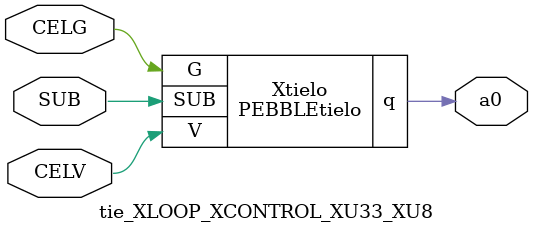
<source format=v>



module PEBBLEtielo ( q, G, SUB, V );

  input V;
  output q;
  input G;
  input SUB;
endmodule

//Celera Confidential Do Not Copy tie_XLOOP_XCONTROL_XU33_XU8
//Celera Confidential Symbol Generator
//TIE
module tie_XLOOP_XCONTROL_XU33_XU8 (CELV,CELG,a0,SUB);
input CELV;
input CELG;
output a0;
input SUB;

//Celera Confidential Do Not Copy tie
PEBBLEtielo Xtielo(
.V (CELV),
.q (a0),
.SUB (SUB),
.G (CELG)
);
//,diesize,PEBBLEtielo

//Celera Confidential Do Not Copy Module End
//Celera Schematic Generator
endmodule

</source>
